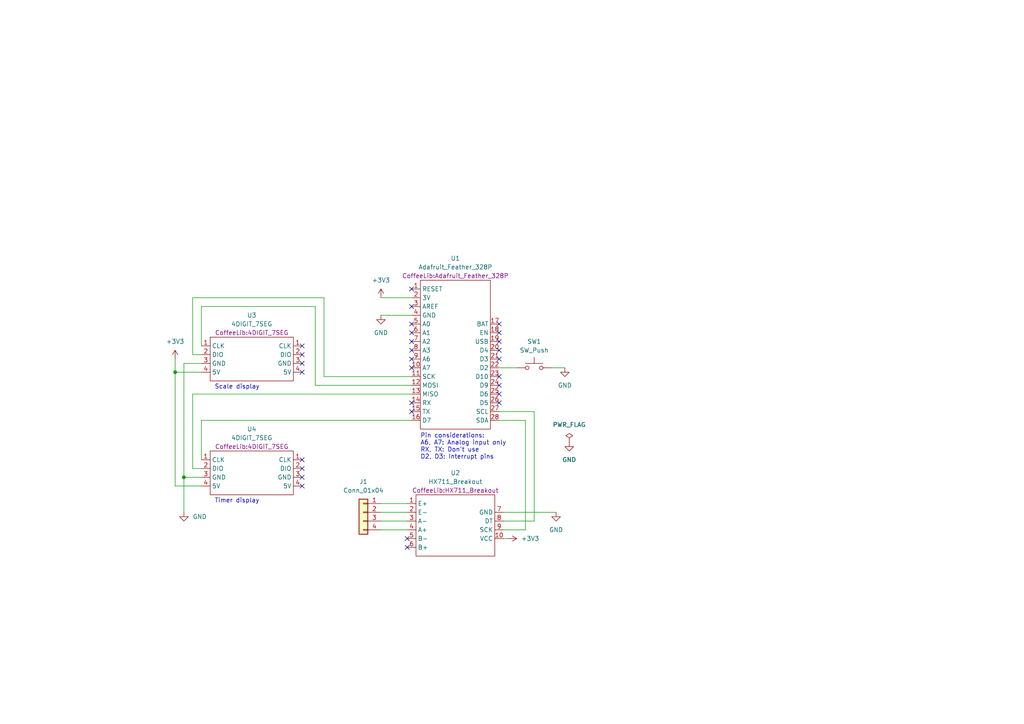
<source format=kicad_sch>
(kicad_sch (version 20211123) (generator eeschema)
  (paper "A4")
  (lib_symbols
    (symbol "CoffeeLib:4DIGIT_7SEG"
      (property "Reference" "U" (at 0 0 0))
      (property "Value" "4DIGIT_7SEG" (at 0 -7.62 0))
      (property "Footprint" "CoffeeLib:4DIGIT_7SEG" (at 0 7.62 0))
      (symbol "4DIGIT_7SEG_0_1"
        (rectangle (start -12.7 6.35) (end 11.43 -6.35))
      )
      (symbol "4DIGIT_7SEG_1_1"
        (pin input line (at -15.24 3.81 0) (length 2.54) (name "CLK") (number "1"))
        (pin input line (at 13.97 3.81 180) (length 2.54) (name "CLK") (number "1"))
        (pin bidirectional line (at -15.24 1.27 0) (length 2.54) (name "DIO") (number "2"))
        (pin bidirectional line (at 13.97 1.27 180) (length 2.54) (name "DIO") (number "2"))
        (pin power_in line (at -15.24 -1.27 0) (length 2.54) (name "GND") (number "3"))
        (pin power_in line (at 13.97 -1.27 180) (length 2.54) (name "GND") (number "3"))
        (pin power_in line (at -15.24 -3.81 0) (length 2.54) (name "5V") (number "4"))
        (pin power_in line (at 13.97 -3.81 180) (length 2.54) (name "5V") (number "4"))
      )
    )
    (symbol "CoffeeLib:Adafruit_Feather_328P"
      (property "Reference" "U" (at 0 0 0))
      (property "Value" "Adafruit_Feather_328P" (at 0 -22.86 0))
      (symbol "Adafruit_Feather_328P_0_1"
        (rectangle (start -10.16 21.59) (end 10.16 -21.59))
      )
      (symbol "Adafruit_Feather_328P_1_1"
        (pin input line (at -12.7 19.05 0) (length 2.54) (name "RESET") (number "1"))
        (pin input line (at -12.7 -3.81 0) (length 2.54) (name "A7") (number "10"))
        (pin bidirectional line (at -12.7 -6.35 0) (length 2.54) (name "SCK") (number "11"))
        (pin bidirectional line (at -12.7 -8.89 0) (length 2.54) (name "MOSI") (number "12"))
        (pin bidirectional line (at -12.7 -11.43 0) (length 2.54) (name "MISO") (number "13"))
        (pin bidirectional line (at -12.7 -13.97 0) (length 2.54) (name "RX") (number "14"))
        (pin bidirectional line (at -12.7 -16.51 0) (length 2.54) (name "TX") (number "15"))
        (pin bidirectional line (at -12.7 -19.05 0) (length 2.54) (name "D7") (number "16"))
        (pin power_in line (at 12.7 8.89 180) (length 2.54) (name "BAT") (number "17"))
        (pin input line (at 12.7 6.35 180) (length 2.54) (name "EN") (number "18"))
        (pin power_in line (at 12.7 3.81 180) (length 2.54) (name "USB") (number "19"))
        (pin power_out line (at -12.7 16.51 0) (length 2.54) (name "3V") (number "2"))
        (pin bidirectional line (at 12.7 1.27 180) (length 2.54) (name "D4") (number "20"))
        (pin bidirectional line (at 12.7 -1.27 180) (length 2.54) (name "D3") (number "21"))
        (pin bidirectional line (at 12.7 -3.81 180) (length 2.54) (name "D2") (number "22"))
        (pin bidirectional line (at 12.7 -6.35 180) (length 2.54) (name "D10") (number "23"))
        (pin bidirectional line (at 12.7 -8.89 180) (length 2.54) (name "D9") (number "24"))
        (pin bidirectional line (at 12.7 -11.43 180) (length 2.54) (name "D6") (number "25"))
        (pin bidirectional line (at 12.7 -13.97 180) (length 2.54) (name "D5") (number "26"))
        (pin bidirectional line (at 12.7 -16.51 180) (length 2.54) (name "SCL") (number "27"))
        (pin bidirectional line (at 12.7 -19.05 180) (length 2.54) (name "SDA") (number "28"))
        (pin input line (at -12.7 13.97 0) (length 2.54) (name "AREF") (number "3"))
        (pin power_in line (at -12.7 11.43 0) (length 2.54) (name "GND") (number "4"))
        (pin bidirectional line (at -12.7 8.89 0) (length 2.54) (name "A0") (number "5"))
        (pin bidirectional line (at -12.7 6.35 0) (length 2.54) (name "A1") (number "6"))
        (pin bidirectional line (at -12.7 3.81 0) (length 2.54) (name "A2") (number "7"))
        (pin bidirectional line (at -12.7 1.27 0) (length 2.54) (name "A3") (number "8"))
        (pin input line (at -12.7 -1.27 0) (length 2.54) (name "A6") (number "9"))
      )
    )
    (symbol "CoffeeLib:HX711_Breakout"
      (property "Reference" "U" (at 0 0 0))
      (property "Value" "HX711_Breakout" (at 0 -10.16 0))
      (property "Footprint" "CoffeeLib:HX711_Breakout" (at 0 10.16 0))
      (symbol "HX711_Breakout_0_1"
        (rectangle (start -11.43 8.89) (end 11.43 -8.89))
      )
      (symbol "HX711_Breakout_1_1"
        (pin power_out line (at -13.97 6.35 0) (length 2.54) (name "E+") (number "1"))
        (pin power_in line (at 13.97 -3.81 180) (length 2.54) (name "VCC") (number "10"))
        (pin power_out line (at -13.97 3.81 0) (length 2.54) (name "E-") (number "2"))
        (pin input line (at -13.97 1.27 0) (length 2.54) (name "A-") (number "3"))
        (pin input line (at -13.97 -1.27 0) (length 2.54) (name "A+") (number "4"))
        (pin input line (at -13.97 -3.81 0) (length 2.54) (name "B-") (number "5"))
        (pin input line (at -13.97 -6.35 0) (length 2.54) (name "B+") (number "6"))
        (pin power_in line (at 13.97 3.81 180) (length 2.54) (name "GND") (number "7"))
        (pin bidirectional line (at 13.97 1.27 180) (length 2.54) (name "DT") (number "8"))
        (pin input line (at 13.97 -1.27 180) (length 2.54) (name "SCK") (number "9"))
      )
    )
    (symbol "Connector_Generic:Conn_01x04" (pin_names (offset 1.016) hide)
      (property "Reference" "J" (at 0 5.08 0))
      (property "Value" "Conn_01x04" (at 0 -7.62 0))
      (symbol "Conn_01x04_1_1"
        (rectangle (start -1.27 -4.953) (end 0 -5.207) (stroke (width 0.1524)))
        (rectangle (start -1.27 -2.413) (end 0 -2.667) (stroke (width 0.1524)))
        (rectangle (start -1.27 0.127) (end 0 -0.127) (stroke (width 0.1524)))
        (rectangle (start -1.27 2.667) (end 0 2.413) (stroke (width 0.1524)))
        (rectangle (start -1.27 3.81) (end 1.27 -6.35) (stroke (width 0.254)) (fill (type background)))
        (pin passive line (at -5.08 2.54 0) (length 3.81) (name "Pin_1") (number "1"))
        (pin passive line (at -5.08 0 0) (length 3.81) (name "Pin_2") (number "2"))
        (pin passive line (at -5.08 -2.54 0) (length 3.81) (name "Pin_3") (number "3"))
        (pin passive line (at -5.08 -5.08 0) (length 3.81) (name "Pin_4") (number "4"))
      )
    )
    (symbol "Switch:SW_Push" (pin_numbers hide) (pin_names (offset 1.016) hide)
      (property "Reference" "SW" (at 1.27 2.54 0))
      (property "Value" "SW_Push" (at 0 -1.524 0))
      (symbol "SW_Push_0_1"
        (circle (center -2.032 0) (radius 0.508))
        (polyline (pts (xy 0 1.27) (xy 0 3.048)))
        (polyline (pts (xy 2.54 1.27) (xy -2.54 1.27)))
        (circle (center 2.032 0) (radius 0.508))
        (pin passive line (at -5.08 0 0) (length 2.54) (name "1") (number "1"))
        (pin passive line (at 5.08 0 180) (length 2.54) (name "2") (number "2"))
      )
    )
    (symbol "power:+3V3" (power) (pin_names (offset 0))
      (property "Value" "+3V3" (at 0 3.556 0))
      (symbol "+3V3_0_1"
        (polyline (pts (xy -0.762 1.27) (xy 0 2.54)))
        (polyline (pts (xy 0 0) (xy 0 2.54)))
        (polyline (pts (xy 0 2.54) (xy 0.762 1.27)))
      )
      (symbol "+3V3_1_1"
        (pin power_in line (at 0 0 90) (length 0) hide (name "+3V3") (number "1"))
      )
    )
    (symbol "power:GND" (power) (pin_names (offset 0))
      (property "Value" "GND" (at 0 -3.81 0))
      (symbol "GND_0_1"
        (polyline (pts (xy 0 0) (xy 0 -1.27) (xy 1.27 -1.27) (xy 0 -2.54) (xy -1.27 -1.27) (xy 0 -1.27)))
      )
      (symbol "GND_1_1"
        (pin power_in line (at 0 0 270) (length 0) hide (name "GND") (number "1"))
      )
    )
    (symbol "power:PWR_FLAG" (power) (pin_numbers hide) (pin_names (offset 0) hide)
      (property "Value" "PWR_FLAG" (at 0 3.81 0))
      (symbol "PWR_FLAG_0_0"
        (pin power_out line (at 0 0 90) (length 0) (name "pwr") (number "1"))
      )
      (symbol "PWR_FLAG_0_1"
        (polyline (pts (xy 0 0) (xy 0 1.27) (xy -1.016 1.905) (xy 0 2.54) (xy 1.016 1.905) (xy 0 1.27)))
      )
    )
  )
  (junction (at 53.34 138.43))
  (junction (at 50.8 107.95))
  (no_connect (at 144.78 114.3))
  (no_connect (at 144.78 111.76))
  (no_connect (at 119.38 93.98))
  (no_connect (at 119.38 96.52))
  (no_connect (at 144.78 101.6))
  (no_connect (at 144.78 104.14))
  (no_connect (at 144.78 93.98))
  (no_connect (at 144.78 96.52))
  (no_connect (at 144.78 99.06))
  (no_connect (at 119.38 88.9))
  (no_connect (at 119.38 83.82))
  (no_connect (at 144.78 109.22))
  (no_connect (at 144.78 116.84))
  (no_connect (at 87.63 135.89))
  (no_connect (at 87.63 140.97))
  (no_connect (at 87.63 138.43))
  (no_connect (at 87.63 133.35))
  (no_connect (at 87.63 105.41))
  (no_connect (at 87.63 107.95))
  (no_connect (at 87.63 102.87))
  (no_connect (at 87.63 100.33))
  (no_connect (at 119.38 106.68))
  (no_connect (at 119.38 116.84))
  (no_connect (at 119.38 119.38))
  (no_connect (at 119.38 104.14))
  (no_connect (at 119.38 99.06))
  (no_connect (at 119.38 101.6))
  (no_connect (at 118.11 156.21))
  (no_connect (at 118.11 158.75))
  (wire (pts (xy 146.05 148.59) (xy 161.29 148.59)))
  (wire (pts (xy 146.05 151.13) (xy 154.94 151.13)))
  (wire (pts (xy 152.4 121.92) (xy 144.78 121.92)))
  (wire (pts (xy 110.49 153.67) (xy 118.11 153.67)))
  (wire (pts (xy 58.42 140.97) (xy 50.8 140.97)))
  (wire (pts (xy 58.42 88.9) (xy 91.44 88.9)))
  (wire (pts (xy 55.88 114.3) (xy 119.38 114.3)))
  (wire (pts (xy 50.8 107.95) (xy 58.42 107.95)))
  (wire (pts (xy 110.49 146.05) (xy 118.11 146.05)))
  (wire (pts (xy 163.83 106.68) (xy 160.02 106.68)))
  (wire (pts (xy 53.34 138.43) (xy 53.34 148.59)))
  (wire (pts (xy 119.38 121.92) (xy 58.42 121.92)))
  (wire (pts (xy 144.78 106.68) (xy 149.86 106.68)))
  (wire (pts (xy 53.34 105.41) (xy 53.34 138.43)))
  (wire (pts (xy 146.05 153.67) (xy 152.4 153.67)))
  (wire (pts (xy 91.44 111.76) (xy 119.38 111.76)))
  (wire (pts (xy 55.88 86.36) (xy 93.98 86.36)))
  (wire (pts (xy 58.42 105.41) (xy 53.34 105.41)))
  (wire (pts (xy 58.42 121.92) (xy 58.42 133.35)))
  (wire (pts (xy 154.94 119.38) (xy 144.78 119.38)))
  (wire (pts (xy 55.88 114.3) (xy 55.88 135.89)))
  (wire (pts (xy 93.98 109.22) (xy 119.38 109.22)))
  (wire (pts (xy 110.49 148.59) (xy 118.11 148.59)))
  (wire (pts (xy 110.49 91.44) (xy 119.38 91.44)))
  (wire (pts (xy 55.88 102.87) (xy 58.42 102.87)))
  (wire (pts (xy 91.44 88.9) (xy 91.44 111.76)))
  (wire (pts (xy 50.8 140.97) (xy 50.8 107.95)))
  (wire (pts (xy 55.88 102.87) (xy 55.88 86.36)))
  (wire (pts (xy 58.42 88.9) (xy 58.42 100.33)))
  (wire (pts (xy 110.49 151.13) (xy 118.11 151.13)))
  (wire (pts (xy 53.34 138.43) (xy 58.42 138.43)))
  (wire (pts (xy 50.8 104.14) (xy 50.8 107.95)))
  (wire (pts (xy 110.49 86.36) (xy 119.38 86.36)))
  (wire (pts (xy 152.4 153.67) (xy 152.4 121.92)))
  (wire (pts (xy 146.05 156.21) (xy 147.32 156.21)))
  (wire (pts (xy 93.98 86.36) (xy 93.98 109.22)))
  (wire (pts (xy 55.88 135.89) (xy 58.42 135.89)))
  (wire (pts (xy 154.94 151.13) (xy 154.94 119.38)))
  (text "Scale display" (at 62.23 113.03 0) (effects (font (size 1.27 1.27)) (justify left bottom)))
  (text "Pin considerations:\nA6, A7: Analog input only\nRX, TX: Don't use\nD2, D3: Interrupt pins" (at 121.92 133.35 0) (effects (font (size 1.27 1.27)) (justify left bottom)))
  (text "Timer display\n" (at 62.23 146.05 0) (effects (font (size 1.27 1.27)) (justify left bottom)))
  (symbol (lib_id "Switch:SW_Push") (at 154.94 106.68 0) (unit 1)
    (property "Reference" "SW1" (at 154.94 99.06 0))
    (property "Value" "SW_Push" (at 154.94 101.6 0))
    (property "Footprint" "Button_Switch_THT:SW_PUSH-12mm" (effects hide))
  )
  (symbol (lib_id "power:+3V3") (at 147.32 156.21 270) (unit 1)
    (property "Reference" "#PWR06" (effects hide))
    (property "Value" "+3V3" (at 151.13 156.2099 90) (effects (justify left)))
  )
  (symbol (lib_id "CoffeeLib:Adafruit_Feather_328P") (at 132.08 102.87 0) (unit 1)
    (property "Reference" "U1" (at 132.08 74.93 0))
    (property "Value" "Adafruit_Feather_328P" (at 132.08 77.47 0))
    (property "Footprint" "CoffeeLib:Adafruit_Feather_328P" (at 132.08 80.01 0))
  )
  (symbol (lib_id "power:GND") (at 161.29 148.59 0) (unit 1)
    (property "Reference" "#PWR07" (effects hide))
    (property "Value" "GND" (at 161.29 153.67 0))
  )
  (symbol (lib_id "CoffeeLib:4DIGIT_7SEG") (at 73.66 137.16 0) (unit 1)
    (property "Reference" "U4" (at 73.025 124.46 0))
    (property "Value" "4DIGIT_7SEG" (at 73.025 127 0))
    (property "Footprint" "CoffeeLib:4DIGIT_7SEG" (at 73.025 129.54 0))
  )
  (symbol (lib_id "power:+3V3") (at 110.49 86.36 0) (unit 1)
    (property "Reference" "#PWR?" (effects hide))
    (property "Value" "+3V3" (at 110.49 81.28 0))
  )
  (symbol (lib_id "power:+3V3") (at 50.8 104.14 0) (unit 1)
    (property "Reference" "#PWR01" (effects hide))
    (property "Value" "+3V3" (at 50.8 99.06 0))
  )
  (symbol (lib_id "power:GND") (at 53.34 148.59 0) (unit 1)
    (property "Reference" "#PWR02" (effects hide))
    (property "Value" "GND" (at 55.88 149.8599 0) (effects (justify left)))
  )
  (symbol (lib_id "CoffeeLib:4DIGIT_7SEG") (at 73.66 104.14 0) (unit 1)
    (property "Reference" "U3" (at 73.025 91.44 0))
    (property "Value" "4DIGIT_7SEG" (at 73.025 93.98 0))
    (property "Footprint" "CoffeeLib:4DIGIT_7SEG" (at 73.025 96.52 0))
  )
  (symbol (lib_id "power:GND") (at 110.49 91.44 0) (unit 1)
    (property "Reference" "#PWR04" (effects hide))
    (property "Value" "GND" (at 110.49 96.52 0))
  )
  (symbol (lib_id "power:GND") (at 165.1 128.27 0) (unit 1)
    (property "Reference" "#PWR010" (effects hide))
    (property "Value" "GND" (at 165.1 133.35 0))
  )
  (symbol (lib_id "Connector_Generic:Conn_01x04") (at 105.41 148.59 0) (mirror y) (unit 1)
    (property "Reference" "J1" (at 105.41 139.7 0))
    (property "Value" "Conn_01x04" (at 105.41 142.24 0))
    (property "Footprint" "Connector_PinHeader_2.54mm:PinHeader_1x04_P2.54mm_Vertical" (effects hide))
  )
  (symbol (lib_id "power:PWR_FLAG") (at 165.1 128.27 0) (unit 1)
    (property "Reference" "#FLG01" (effects hide))
    (property "Value" "PWR_FLAG" (at 165.1 123.19 0))
  )
  (symbol (lib_id "CoffeeLib:HX711_Breakout") (at 132.08 152.4 0) (unit 1)
    (property "Reference" "U2" (at 132.08 137.16 0))
    (property "Value" "HX711_Breakout" (at 132.08 139.7 0))
    (property "Footprint" "CoffeeLib:HX711_Breakout" (at 132.08 142.24 0))
  )
  (symbol (lib_id "power:GND") (at 163.83 106.68 0) (unit 1)
    (property "Reference" "#PWR05" (effects hide))
    (property "Value" "GND" (at 163.83 111.76 0))
  )
)
</source>
